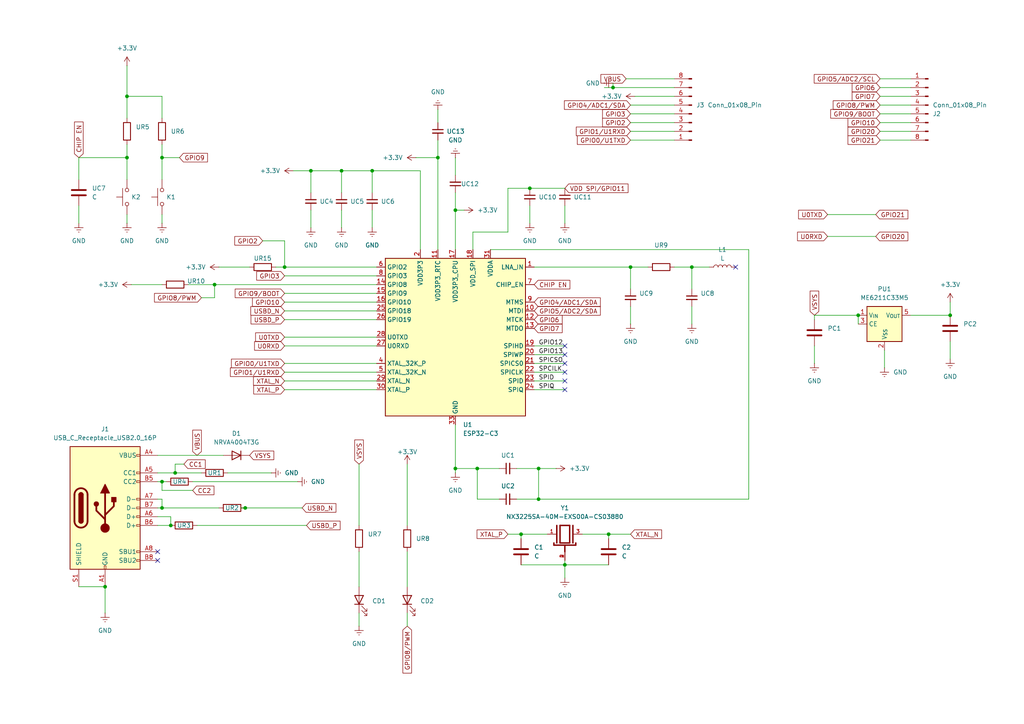
<source format=kicad_sch>
(kicad_sch (version 20231120) (generator "eeschema") (generator_version "8.0")
  (paper "A4")
  (lib_symbols
    (symbol "Connector:Conn_01x08_Pin" (pin_names (offset 1.016) hide)
      (property "Reference" "J" (at 0 10.16 0))
      (property "Value" "Conn_01x08_Pin" (at 0 -12.7 0))
      (symbol "Conn_01x08_Pin_1_1"
        (polyline (pts (xy 1.27 -10.16) (xy 0.8636 -10.16)) (stroke (width 0.1524)))
        (polyline (pts (xy 1.27 -7.62) (xy 0.8636 -7.62)) (stroke (width 0.1524)))
        (polyline (pts (xy 1.27 -5.08) (xy 0.8636 -5.08)) (stroke (width 0.1524)))
        (polyline (pts (xy 1.27 -2.54) (xy 0.8636 -2.54)) (stroke (width 0.1524)))
        (polyline (pts (xy 1.27 0) (xy 0.8636 0)) (stroke (width 0.1524)))
        (polyline (pts (xy 1.27 2.54) (xy 0.8636 2.54)) (stroke (width 0.1524)))
        (polyline (pts (xy 1.27 5.08) (xy 0.8636 5.08)) (stroke (width 0.1524)))
        (polyline (pts (xy 1.27 7.62) (xy 0.8636 7.62)) (stroke (width 0.1524)))
        (rectangle (start 0.8636 -10.033) (end 0 -10.287) (stroke (width 0.1524)) (fill (type outline)))
        (rectangle (start 0.8636 -7.493) (end 0 -7.747) (stroke (width 0.1524)) (fill (type outline)))
        (rectangle (start 0.8636 -4.953) (end 0 -5.207) (stroke (width 0.1524)) (fill (type outline)))
        (rectangle (start 0.8636 -2.413) (end 0 -2.667) (stroke (width 0.1524)) (fill (type outline)))
        (rectangle (start 0.8636 0.127) (end 0 -0.127) (stroke (width 0.1524)) (fill (type outline)))
        (rectangle (start 0.8636 2.667) (end 0 2.413) (stroke (width 0.1524)) (fill (type outline)))
        (rectangle (start 0.8636 5.207) (end 0 4.953) (stroke (width 0.1524)) (fill (type outline)))
        (rectangle (start 0.8636 7.747) (end 0 7.493) (stroke (width 0.1524)) (fill (type outline)))
        (pin passive line (at 5.08 7.62 180) (length 3.81) (name "Pin_1") (number "1"))
        (pin passive line (at 5.08 5.08 180) (length 3.81) (name "Pin_2") (number "2"))
        (pin passive line (at 5.08 2.54 180) (length 3.81) (name "Pin_3") (number "3"))
        (pin passive line (at 5.08 0 180) (length 3.81) (name "Pin_4") (number "4"))
        (pin passive line (at 5.08 -2.54 180) (length 3.81) (name "Pin_5") (number "5"))
        (pin passive line (at 5.08 -5.08 180) (length 3.81) (name "Pin_6") (number "6"))
        (pin passive line (at 5.08 -7.62 180) (length 3.81) (name "Pin_7") (number "7"))
        (pin passive line (at 5.08 -10.16 180) (length 3.81) (name "Pin_8") (number "8"))
      )
    )
    (symbol "Connector:USB_C_Receptacle_USB2.0_16P" (pin_names (offset 1.016))
      (property "Reference" "J" (at 0 22.225 0))
      (property "Value" "USB_C_Receptacle_USB2.0_16P" (at 0 19.685 0))
      (symbol "USB_C_Receptacle_USB2.0_16P_0_0"
        (rectangle (start -0.254 -17.78) (end 0.254 -16.764))
        (rectangle (start 10.16 -14.986) (end 9.144 -15.494))
        (rectangle (start 10.16 -12.446) (end 9.144 -12.954))
        (rectangle (start 10.16 -4.826) (end 9.144 -5.334))
        (rectangle (start 10.16 -2.286) (end 9.144 -2.794))
        (rectangle (start 10.16 0.254) (end 9.144 -0.254))
        (rectangle (start 10.16 2.794) (end 9.144 2.286))
        (rectangle (start 10.16 7.874) (end 9.144 7.366))
        (rectangle (start 10.16 10.414) (end 9.144 9.906))
        (rectangle (start 10.16 15.494) (end 9.144 14.986))
      )
      (symbol "USB_C_Receptacle_USB2.0_16P_0_1"
        (rectangle (start -10.16 17.78) (end 10.16 -17.78) (stroke (width 0.254)) (fill (type background)))
        (arc (start -8.89 -3.81) (mid -6.985 -5.7067) (end -5.08 -3.81) (stroke (width 0.508)))
        (arc (start -7.62 -3.81) (mid -6.985 -4.4423) (end -6.35 -3.81) (stroke (width 0.254)))
        (arc (start -7.62 -3.81) (mid -6.985 -4.4423) (end -6.35 -3.81) (stroke (width 0.254)) (fill (type outline)))
        (rectangle (start -7.62 -3.81) (end -6.35 3.81) (stroke (width 0.254)) (fill (type outline)))
        (arc (start -6.35 3.81) (mid -6.985 4.4423) (end -7.62 3.81) (stroke (width 0.254)))
        (arc (start -6.35 3.81) (mid -6.985 4.4423) (end -7.62 3.81) (stroke (width 0.254)) (fill (type outline)))
        (arc (start -5.08 3.81) (mid -6.985 5.7067) (end -8.89 3.81) (stroke (width 0.508)))
        (circle (center -2.54 1.143) (radius 0.635) (stroke (width 0.254)) (fill (type outline)))
        (circle (center 0 -5.842) (radius 1.27) (fill (type outline)))
        (polyline (pts (xy -8.89 -3.81) (xy -8.89 3.81)) (stroke (width 0.508)))
        (polyline (pts (xy -5.08 3.81) (xy -5.08 -3.81)) (stroke (width 0.508)))
        (polyline (pts (xy 0 -5.842) (xy 0 4.318)) (stroke (width 0.508)))
        (polyline (pts (xy 0 -3.302) (xy -2.54 -0.762) (xy -2.54 0.508)) (stroke (width 0.508)))
        (polyline (pts (xy 0 -2.032) (xy 2.54 0.508) (xy 2.54 1.778)) (stroke (width 0.508)))
        (polyline (pts (xy -1.27 4.318) (xy 0 6.858) (xy 1.27 4.318) (xy -1.27 4.318)) (stroke (width 0.254)) (fill (type outline)))
        (rectangle (start 1.905 1.778) (end 3.175 3.048) (stroke (width 0.254)) (fill (type outline)))
      )
      (symbol "USB_C_Receptacle_USB2.0_16P_1_1"
        (pin passive line (at 0 -22.86 90) (length 5.08) (name "GND") (number "A1"))
        (pin passive line (at 0 -22.86 90) (length 5.08) hide (name "GND") (number "A12"))
        (pin passive line (at 15.24 15.24 180) (length 5.08) (name "VBUS") (number "A4"))
        (pin bidirectional line (at 15.24 10.16 180) (length 5.08) (name "CC1") (number "A5"))
        (pin bidirectional line (at 15.24 -2.54 180) (length 5.08) (name "D+") (number "A6"))
        (pin bidirectional line (at 15.24 2.54 180) (length 5.08) (name "D-") (number "A7"))
        (pin bidirectional line (at 15.24 -12.7 180) (length 5.08) (name "SBU1") (number "A8"))
        (pin passive line (at 15.24 15.24 180) (length 5.08) hide (name "VBUS") (number "A9"))
        (pin passive line (at 0 -22.86 90) (length 5.08) hide (name "GND") (number "B1"))
        (pin passive line (at 0 -22.86 90) (length 5.08) hide (name "GND") (number "B12"))
        (pin passive line (at 15.24 15.24 180) (length 5.08) hide (name "VBUS") (number "B4"))
        (pin bidirectional line (at 15.24 7.62 180) (length 5.08) (name "CC2") (number "B5"))
        (pin bidirectional line (at 15.24 -5.08 180) (length 5.08) (name "D+") (number "B6"))
        (pin bidirectional line (at 15.24 0 180) (length 5.08) (name "D-") (number "B7"))
        (pin bidirectional line (at 15.24 -15.24 180) (length 5.08) (name "SBU2") (number "B8"))
        (pin passive line (at 15.24 15.24 180) (length 5.08) hide (name "VBUS") (number "B9"))
        (pin passive line (at -7.62 -22.86 90) (length 5.08) (name "SHIELD") (number "S1"))
      )
    )
    (symbol "Device:C" (pin_numbers hide) (pin_names (offset 0.254))
      (property "Reference" "C" (at 0.635 2.54 0))
      (property "Value" "C" (at 0.635 -2.54 0))
      (symbol "C_0_1"
        (polyline (pts (xy -2.032 -0.762) (xy 2.032 -0.762)) (stroke (width 0.508)))
        (polyline (pts (xy -2.032 0.762) (xy 2.032 0.762)) (stroke (width 0.508)))
      )
      (symbol "C_1_1"
        (pin passive line (at 0 3.81 270) (length 2.794) (name "~") (number "1"))
        (pin passive line (at 0 -3.81 90) (length 2.794) (name "~") (number "2"))
      )
    )
    (symbol "Device:C_Small" (pin_numbers hide) (pin_names (offset 0.254) hide)
      (property "Reference" "C" (at 0.254 1.778 0))
      (property "Value" "C_Small" (at 0.254 -2.032 0))
      (symbol "C_Small_0_1"
        (polyline (pts (xy -1.524 -0.508) (xy 1.524 -0.508)) (stroke (width 0.3302)))
        (polyline (pts (xy -1.524 0.508) (xy 1.524 0.508)) (stroke (width 0.3048)))
      )
      (symbol "C_Small_1_1"
        (pin passive line (at 0 2.54 270) (length 2.032) (name "~") (number "1"))
        (pin passive line (at 0 -2.54 90) (length 2.032) (name "~") (number "2"))
      )
    )
    (symbol "Device:L" (pin_numbers hide) (pin_names (offset 1.016) hide)
      (property "Reference" "L" (at -1.27 0 90))
      (property "Value" "L" (at 1.905 0 90))
      (symbol "L_0_1"
        (arc (start 0 -2.54) (mid 0.6323 -1.905) (end 0 -1.27))
        (arc (start 0 -1.27) (mid 0.6323 -0.635) (end 0 0))
        (arc (start 0 0) (mid 0.6323 0.635) (end 0 1.27))
        (arc (start 0 1.27) (mid 0.6323 1.905) (end 0 2.54))
      )
      (symbol "L_1_1"
        (pin passive line (at 0 3.81 270) (length 1.27) (name "1") (number "1"))
        (pin passive line (at 0 -3.81 90) (length 1.27) (name "2") (number "2"))
      )
    )
    (symbol "Device:LED" (pin_numbers hide) (pin_names (offset 1.016) hide)
      (property "Reference" "D" (at 0 2.54 0))
      (property "Value" "LED" (at 0 -2.54 0))
      (symbol "LED_0_1"
        (polyline (pts (xy -1.27 -1.27) (xy -1.27 1.27)) (stroke (width 0.254)))
        (polyline (pts (xy -1.27 0) (xy 1.27 0)))
        (polyline (pts (xy 1.27 -1.27) (xy 1.27 1.27) (xy -1.27 0) (xy 1.27 -1.27)) (stroke (width 0.254)))
        (polyline (pts (xy -3.048 -0.762) (xy -4.572 -2.286) (xy -3.81 -2.286) (xy -4.572 -2.286) (xy -4.572 -1.524)))
        (polyline (pts (xy -1.778 -0.762) (xy -3.302 -2.286) (xy -2.54 -2.286) (xy -3.302 -2.286) (xy -3.302 -1.524)))
      )
      (symbol "LED_1_1"
        (pin passive line (at -3.81 0 0) (length 2.54) (name "K") (number "1"))
        (pin passive line (at 3.81 0 180) (length 2.54) (name "A") (number "2"))
      )
    )
    (symbol "Device:R" (pin_numbers hide) (pin_names (offset 0))
      (property "Reference" "R" (at 2.032 0 90))
      (property "Value" "R" (at 0 0 90))
      (symbol "R_0_1"
        (rectangle (start -1.016 -2.54) (end 1.016 2.54) (stroke (width 0.254)))
      )
      (symbol "R_1_1"
        (pin passive line (at 0 3.81 270) (length 1.27) (name "~") (number "1"))
        (pin passive line (at 0 -3.81 90) (length 1.27) (name "~") (number "2"))
      )
    )
    (symbol "Diode:NRVA4004T3G" (pin_numbers hide) (pin_names hide)
      (property "Reference" "D" (at 0 2.54 0))
      (property "Value" "NRVA4004T3G" (at 0 -2.54 0))
      (symbol "NRVA4004T3G_0_1"
        (polyline (pts (xy -1.27 1.27) (xy -1.27 -1.27)) (stroke (width 0.254)))
        (polyline (pts (xy 1.27 0) (xy -1.27 0)))
        (polyline (pts (xy 1.27 1.27) (xy 1.27 -1.27) (xy -1.27 0) (xy 1.27 1.27)) (stroke (width 0.254)))
      )
      (symbol "NRVA4004T3G_1_1"
        (pin passive line (at -3.81 0 0) (length 2.54) (name "K") (number "1"))
        (pin passive line (at 3.81 0 180) (length 2.54) (name "A") (number "2"))
      )
    )
    (symbol "MCU_Espressif:ESP32-C3"
      (property "Reference" "U" (at -17.272 23.876 0))
      (property "Value" "ESP32-C3" (at 16.256 23.876 0))
      (symbol "ESP32-C3_1_1"
        (rectangle (start -20.32 22.86) (end 20.32 -22.86) (stroke (width 0.254)) (fill (type background)))
        (pin bidirectional line (at 22.86 20.32 180) (length 2.54) (name "LNA_IN") (number "1"))
        (pin bidirectional line (at 22.86 7.62 180) (length 2.54) (name "MTDI") (number "10"))
        (pin power_in line (at -5.08 25.4 270) (length 2.54) (name "VDD3P3_RTC") (number "11"))
        (pin bidirectional line (at 22.86 5.08 180) (length 2.54) (name "MTCK") (number "12"))
        (pin bidirectional line (at 22.86 2.54 180) (length 2.54) (name "MTDO") (number "13"))
        (pin bidirectional line (at -22.86 15.24 0) (length 2.54) (name "GPIO8") (number "14"))
        (pin bidirectional line (at -22.86 12.7 0) (length 2.54) (name "GPIO9") (number "15"))
        (pin bidirectional line (at -22.86 10.16 0) (length 2.54) (name "GPIO10") (number "16"))
        (pin power_in line (at 0 25.4 270) (length 2.54) (name "VDD3P3_CPU") (number "17"))
        (pin power_out line (at 5.08 25.4 270) (length 2.54) (name "VDD_SPI") (number "18"))
        (pin bidirectional line (at 22.86 -2.54 180) (length 2.54) (name "SPIHD") (number "19"))
        (pin power_in line (at -10.16 25.4 270) (length 2.54) (name "VDD3P3") (number "2"))
        (pin bidirectional line (at 22.86 -5.08 180) (length 2.54) (name "SPIWP") (number "20"))
        (pin bidirectional line (at 22.86 -7.62 180) (length 2.54) (name "SPICS0") (number "21"))
        (pin bidirectional line (at 22.86 -10.16 180) (length 2.54) (name "SPICLK") (number "22"))
        (pin bidirectional line (at 22.86 -12.7 180) (length 2.54) (name "SPID") (number "23"))
        (pin bidirectional line (at 22.86 -15.24 180) (length 2.54) (name "SPIQ") (number "24"))
        (pin bidirectional line (at -22.86 7.62 0) (length 2.54) (name "GPIO18") (number "25"))
        (pin bidirectional line (at -22.86 5.08 0) (length 2.54) (name "GPIO19") (number "26"))
        (pin bidirectional line (at -22.86 -2.54 0) (length 2.54) (name "U0RXD") (number "27"))
        (pin bidirectional line (at -22.86 0 0) (length 2.54) (name "U0TXD") (number "28"))
        (pin bidirectional line (at -22.86 -12.7 0) (length 2.54) (name "XTAL_N") (number "29"))
        (pin passive line (at -10.16 25.4 270) (length 2.54) hide (name "VDD3P3") (number "3"))
        (pin bidirectional line (at -22.86 -15.24 0) (length 2.54) (name "XTAL_P") (number "30"))
        (pin power_in line (at 10.16 25.4 270) (length 2.54) (name "VDDA") (number "31"))
        (pin passive line (at 10.16 25.4 270) (length 2.54) hide (name "VDDA") (number "32"))
        (pin power_in line (at 0 -25.4 90) (length 2.54) (name "GND") (number "33"))
        (pin bidirectional line (at -22.86 -7.62 0) (length 2.54) (name "XTAL_32K_P") (number "4"))
        (pin bidirectional line (at -22.86 -10.16 0) (length 2.54) (name "XTAL_32K_N") (number "5"))
        (pin bidirectional line (at -22.86 20.32 0) (length 2.54) (name "GPIO2") (number "6"))
        (pin bidirectional line (at 22.86 15.24 180) (length 2.54) (name "CHIP_EN") (number "7"))
        (pin bidirectional line (at -22.86 17.78 0) (length 2.54) (name "GPIO3") (number "8"))
        (pin bidirectional line (at 22.86 10.16 180) (length 2.54) (name "MTMS") (number "9"))
      )
    )
    (symbol "NX3225SA-40M-EXS00A-CS03880:NX3225SA-40M-EXS00A-CS03880" (pin_names (offset 1.016))
      (property "Reference" "Y" (at -5.08 6.35 0))
      (property "Value" "NX3225SA-40M-EXS00A-CS03880" (at -5.08 3.81 0))
      (symbol "NX3225SA-40M-EXS00A-CS03880_0_0"
        (polyline (pts (xy -3.175 -3.175) (xy 0 -3.175)) (stroke (width 0.4064)))
        (polyline (pts (xy -3.175 -2.54) (xy -3.175 -3.175)) (stroke (width 0.4064)))
        (polyline (pts (xy -2.3368 2.54) (xy -2.3368 -2.54)) (stroke (width 0.4064)))
        (polyline (pts (xy -1.397 2.54) (xy -1.397 -2.54)) (stroke (width 0.4064)))
        (polyline (pts (xy -1.397 2.54) (xy 1.397 2.54)) (stroke (width 0.4064)))
        (polyline (pts (xy 0 -5.08) (xy 0 -3.175)) (stroke (width 0.4064)))
        (polyline (pts (xy 0 -3.175) (xy 3.175 -3.175)) (stroke (width 0.4064)))
        (polyline (pts (xy 1.397 -2.54) (xy -1.397 -2.54)) (stroke (width 0.4064)))
        (polyline (pts (xy 1.397 2.54) (xy 1.397 -2.54)) (stroke (width 0.4064)))
        (polyline (pts (xy 2.3368 2.54) (xy 2.3368 -2.54)) (stroke (width 0.4064)))
        (polyline (pts (xy 3.175 -3.175) (xy 3.175 -2.54)) (stroke (width 0.4064)))
        (pin passive line (at -5.08 0 0) (length 2.54) (name "~") (number "1"))
        (pin power_in line (at 0 -7.62 90) (length 2.54) (name "~") (number "2"))
        (pin passive line (at 5.08 0 180) (length 2.54) (name "~") (number "3"))
        (pin power_in line (at 0 -7.62 90) (length 2.54) (name "~") (number "4"))
      )
    )
    (symbol "Regulator_Linear:ME6211C33M5"
      (property "Reference" "U" (at -4.572 6.35 0))
      (property "Value" "ME6211C33M5" (at 10.16 8.636 0))
      (symbol "ME6211C33M5_1_1"
        (rectangle (start -5.08 5.08) (end 5.08 -5.08) (stroke (width 0.254)) (fill (type background)))
        (pin power_in line (at -7.62 2.54 0) (length 2.54) (name "V_{IN}") (number "1"))
        (pin power_in line (at 0 -7.62 90) (length 2.54) (name "V_{SS}") (number "2"))
        (pin input line (at -7.62 0 0) (length 2.54) (name "CE") (number "3"))
        (pin no_connect line (at 5.08 0 180) (length 2.54) hide (name "NC") (number "4"))
        (pin power_out line (at 7.62 2.54 180) (length 2.54) (name "V_{OUT}") (number "5"))
      )
    )
    (symbol "Switch:SW_Omron_B3FS" (pin_numbers hide) (pin_names (offset 1.016) hide)
      (property "Reference" "SW" (at 1.27 2.54 0))
      (property "Value" "SW_Omron_B3FS" (at 0 -1.524 0))
      (symbol "SW_Omron_B3FS_0_1"
        (circle (center -2.032 0) (radius 0.508))
        (polyline (pts (xy 0 1.27) (xy 0 3.048)))
        (polyline (pts (xy 2.54 1.27) (xy -2.54 1.27)))
        (circle (center 2.032 0) (radius 0.508))
        (pin passive line (at -5.08 0 0) (length 2.54) (name "1") (number "1"))
        (pin passive line (at 5.08 0 180) (length 2.54) (name "2") (number "2"))
      )
    )
    (symbol "power:+3.3V" (power) (pin_numbers hide) (pin_names (offset 0) hide)
      (property "Value" "+3.3V" (at 0 3.556 0))
      (symbol "+3.3V_0_1"
        (polyline (pts (xy -0.762 1.27) (xy 0 2.54)))
        (polyline (pts (xy 0 0) (xy 0 2.54)))
        (polyline (pts (xy 0 2.54) (xy 0.762 1.27)))
      )
      (symbol "+3.3V_1_1"
        (pin power_in line (at 0 0 90) (length 0) (name "~") (number "1"))
      )
    )
    (symbol "power:Earth" (power) (pin_numbers hide) (pin_names (offset 0) hide)
      (property "Value" "Earth" (at 0 -3.81 0))
      (symbol "Earth_0_1"
        (polyline (pts (xy -0.635 -1.905) (xy 0.635 -1.905)))
        (polyline (pts (xy -0.127 -2.54) (xy 0.127 -2.54)))
        (polyline (pts (xy 0 -1.27) (xy 0 0)))
        (polyline (pts (xy 1.27 -1.27) (xy -1.27 -1.27)))
      )
      (symbol "Earth_1_1"
        (pin power_in line (at 0 0 270) (length 0) (name "~") (number "1"))
      )
    )
  )
  (junction (at 62.23 82.55))
  (junction (at 99.06 49.53))
  (junction (at 176.53 154.94))
  (junction (at 151.13 154.94))
  (junction (at 82.55 77.47))
  (junction (at 90.17 49.53))
  (junction (at 177.8 25.4))
  (junction (at 36.83 45.72))
  (junction (at 156.21 144.78))
  (junction (at 50.8 137.16))
  (junction (at 127 45.72))
  (junction (at 107.95 49.53))
  (junction (at 132.08 135.89))
  (junction (at 156.21 135.89))
  (junction (at 49.53 152.4))
  (junction (at 132.08 60.96))
  (junction (at 36.83 27.94))
  (junction (at 46.99 147.32))
  (junction (at 200.66 77.47))
  (junction (at 153.67 54.61))
  (junction (at 30.48 170.18))
  (junction (at 275.59 91.44))
  (junction (at 138.43 135.89))
  (junction (at 182.88 77.47))
  (junction (at 163.83 163.83))
  (junction (at 248.92 91.44))
  (junction (at 71.12 147.32))
  (junction (at 46.99 139.7))
  (junction (at 46.99 45.72))
  (no_connect (at 45.72 162.56))
  (no_connect (at 163.83 110.49))
  (no_connect (at 213.36 77.47))
  (no_connect (at 163.83 102.87))
  (no_connect (at 45.72 160.02))
  (no_connect (at 163.83 105.41))
  (no_connect (at 163.83 100.33))
  (no_connect (at 163.83 113.03))
  (no_connect (at 163.83 107.95))
  (wire (pts (xy 132.08 123.19) (xy 132.08 135.89)))
  (wire (pts (xy 82.55 87.63) (xy 109.22 87.63)))
  (wire (pts (xy 45.72 152.4) (xy 49.53 152.4)))
  (wire (pts (xy 118.11 160.02) (xy 118.11 170.18)))
  (wire (pts (xy 255.27 40.64) (xy 264.16 40.64)))
  (wire (pts (xy 144.78 144.78) (xy 138.43 144.78)))
  (wire (pts (xy 36.83 52.07) (xy 36.83 45.72)))
  (wire (pts (xy 154.94 102.87) (xy 163.83 102.87)))
  (wire (pts (xy 236.22 91.44) (xy 248.92 91.44)))
  (wire (pts (xy 154.94 107.95) (xy 163.83 107.95)))
  (wire (pts (xy 147.32 54.61) (xy 153.67 54.61)))
  (wire (pts (xy 163.83 162.56) (xy 163.83 163.83)))
  (wire (pts (xy 163.83 163.83) (xy 176.53 163.83)))
  (wire (pts (xy 127 45.72) (xy 120.65 45.72)))
  (wire (pts (xy 132.08 60.96) (xy 132.08 72.39)))
  (wire (pts (xy 104.14 134.62) (xy 104.14 152.4)))
  (wire (pts (xy 55.88 139.7) (xy 86.36 139.7)))
  (wire (pts (xy 154.94 110.49) (xy 163.83 110.49)))
  (wire (pts (xy 38.1 82.55) (xy 46.99 82.55)))
  (wire (pts (xy 76.2 69.85) (xy 82.55 69.85)))
  (wire (pts (xy 22.86 59.69) (xy 22.86 64.77)))
  (wire (pts (xy 142.24 72.39) (xy 217.17 72.39)))
  (wire (pts (xy 132.08 50.8) (xy 132.08 45.72)))
  (wire (pts (xy 275.59 87.63) (xy 275.59 91.44)))
  (wire (pts (xy 138.43 144.78) (xy 138.43 135.89)))
  (wire (pts (xy 255.27 38.1) (xy 264.16 38.1)))
  (wire (pts (xy 45.72 149.86) (xy 49.53 149.86)))
  (wire (pts (xy 255.27 25.4) (xy 264.16 25.4)))
  (wire (pts (xy 255.27 27.94) (xy 264.16 27.94)))
  (wire (pts (xy 154.94 113.03) (xy 163.83 113.03)))
  (wire (pts (xy 82.55 77.47) (xy 109.22 77.47)))
  (wire (pts (xy 49.53 149.86) (xy 49.53 152.4)))
  (wire (pts (xy 45.72 139.7) (xy 46.99 139.7)))
  (wire (pts (xy 71.12 147.32) (xy 69.85 147.32)))
  (wire (pts (xy 256.54 101.6) (xy 256.54 106.68)))
  (wire (pts (xy 82.55 69.85) (xy 82.55 77.47)))
  (wire (pts (xy 236.22 100.33) (xy 236.22 105.41)))
  (wire (pts (xy 118.11 177.8) (xy 118.11 181.61)))
  (wire (pts (xy 90.17 49.53) (xy 99.06 49.53)))
  (wire (pts (xy 46.99 45.72) (xy 52.07 45.72)))
  (wire (pts (xy 176.53 154.94) (xy 176.53 156.21)))
  (wire (pts (xy 45.72 132.08) (xy 64.77 132.08)))
  (wire (pts (xy 177.8 25.4) (xy 195.58 25.4)))
  (wire (pts (xy 36.83 27.94) (xy 36.83 34.29)))
  (wire (pts (xy 132.08 135.89) (xy 138.43 135.89)))
  (wire (pts (xy 66.04 137.16) (xy 78.74 137.16)))
  (wire (pts (xy 149.86 144.78) (xy 156.21 144.78)))
  (wire (pts (xy 62.23 82.55) (xy 109.22 82.55)))
  (wire (pts (xy 217.17 144.78) (xy 156.21 144.78)))
  (wire (pts (xy 104.14 160.02) (xy 104.14 170.18)))
  (wire (pts (xy 121.92 49.53) (xy 107.95 49.53)))
  (wire (pts (xy 156.21 135.89) (xy 161.29 135.89)))
  (wire (pts (xy 46.99 34.29) (xy 46.99 27.94)))
  (wire (pts (xy 82.55 85.09) (xy 109.22 85.09)))
  (wire (pts (xy 127 31.75) (xy 127 35.56)))
  (wire (pts (xy 54.61 82.55) (xy 62.23 82.55)))
  (wire (pts (xy 22.86 45.72) (xy 22.86 52.07)))
  (wire (pts (xy 177.8 25.4) (xy 177.8 24.13)))
  (wire (pts (xy 200.66 88.9) (xy 200.66 93.98)))
  (wire (pts (xy 182.88 88.9) (xy 182.88 93.98)))
  (wire (pts (xy 46.99 62.23) (xy 46.99 64.77)))
  (wire (pts (xy 153.67 59.69) (xy 153.67 64.77)))
  (wire (pts (xy 195.58 77.47) (xy 200.66 77.47)))
  (wire (pts (xy 121.92 72.39) (xy 121.92 49.53)))
  (wire (pts (xy 138.43 135.89) (xy 144.78 135.89)))
  (wire (pts (xy 45.72 137.16) (xy 50.8 137.16)))
  (wire (pts (xy 36.83 19.05) (xy 36.83 27.94)))
  (wire (pts (xy 182.88 83.82) (xy 182.88 77.47)))
  (wire (pts (xy 137.16 72.39) (xy 137.16 67.31)))
  (wire (pts (xy 182.88 38.1) (xy 195.58 38.1)))
  (wire (pts (xy 151.13 154.94) (xy 151.13 156.21)))
  (wire (pts (xy 82.55 107.95) (xy 109.22 107.95)))
  (wire (pts (xy 132.08 135.89) (xy 132.08 137.16)))
  (wire (pts (xy 154.94 105.41) (xy 163.83 105.41)))
  (wire (pts (xy 82.55 113.03) (xy 109.22 113.03)))
  (wire (pts (xy 55.88 142.24) (xy 46.99 142.24)))
  (wire (pts (xy 82.55 80.01) (xy 109.22 80.01)))
  (wire (pts (xy 200.66 77.47) (xy 205.74 77.47)))
  (wire (pts (xy 182.88 40.64) (xy 195.58 40.64)))
  (wire (pts (xy 137.16 67.31) (xy 147.32 67.31)))
  (wire (pts (xy 46.99 147.32) (xy 63.5 147.32)))
  (wire (pts (xy 104.14 177.8) (xy 104.14 181.61)))
  (wire (pts (xy 82.55 105.41) (xy 109.22 105.41)))
  (wire (pts (xy 181.61 22.86) (xy 195.58 22.86)))
  (wire (pts (xy 217.17 72.39) (xy 217.17 144.78)))
  (wire (pts (xy 248.92 91.44) (xy 248.92 93.98)))
  (wire (pts (xy 175.26 25.4) (xy 177.8 25.4)))
  (wire (pts (xy 82.55 110.49) (xy 109.22 110.49)))
  (wire (pts (xy 57.15 152.4) (xy 88.9 152.4)))
  (wire (pts (xy 153.67 54.61) (xy 163.83 54.61)))
  (wire (pts (xy 154.94 100.33) (xy 163.83 100.33)))
  (wire (pts (xy 163.83 163.83) (xy 163.83 167.64)))
  (wire (pts (xy 36.83 45.72) (xy 22.86 45.72)))
  (wire (pts (xy 151.13 154.94) (xy 158.75 154.94)))
  (wire (pts (xy 90.17 55.88) (xy 90.17 49.53)))
  (wire (pts (xy 99.06 60.96) (xy 99.06 66.04)))
  (wire (pts (xy 107.95 60.96) (xy 107.95 66.04)))
  (wire (pts (xy 255.27 30.48) (xy 264.16 30.48)))
  (wire (pts (xy 184.15 27.94) (xy 195.58 27.94)))
  (wire (pts (xy 62.23 86.36) (xy 62.23 82.55)))
  (wire (pts (xy 240.03 68.58) (xy 254 68.58)))
  (wire (pts (xy 255.27 35.56) (xy 264.16 35.56)))
  (wire (pts (xy 80.01 77.47) (xy 82.55 77.47)))
  (wire (pts (xy 154.94 77.47) (xy 182.88 77.47)))
  (wire (pts (xy 99.06 49.53) (xy 107.95 49.53)))
  (wire (pts (xy 30.48 170.18) (xy 30.48 177.8)))
  (wire (pts (xy 36.83 62.23) (xy 36.83 64.77)))
  (wire (pts (xy 46.99 144.78) (xy 45.72 144.78)))
  (wire (pts (xy 240.03 62.23) (xy 254 62.23)))
  (wire (pts (xy 176.53 154.94) (xy 182.88 154.94)))
  (wire (pts (xy 71.12 147.32) (xy 87.63 147.32)))
  (wire (pts (xy 50.8 134.62) (xy 50.8 137.16)))
  (wire (pts (xy 132.08 55.88) (xy 132.08 60.96)))
  (wire (pts (xy 168.91 154.94) (xy 176.53 154.94)))
  (wire (pts (xy 156.21 144.78) (xy 156.21 135.89)))
  (wire (pts (xy 264.16 91.44) (xy 275.59 91.44)))
  (wire (pts (xy 151.13 163.83) (xy 163.83 163.83)))
  (wire (pts (xy 82.55 97.79) (xy 109.22 97.79)))
  (wire (pts (xy 147.32 67.31) (xy 147.32 54.61)))
  (wire (pts (xy 107.95 55.88) (xy 107.95 49.53)))
  (wire (pts (xy 82.55 90.17) (xy 109.22 90.17)))
  (wire (pts (xy 236.22 92.71) (xy 236.22 91.44)))
  (wire (pts (xy 127 40.64) (xy 127 45.72)))
  (wire (pts (xy 90.17 60.96) (xy 90.17 66.04)))
  (wire (pts (xy 46.99 45.72) (xy 46.99 52.07)))
  (wire (pts (xy 85.09 49.53) (xy 90.17 49.53)))
  (wire (pts (xy 63.5 77.47) (xy 72.39 77.47)))
  (wire (pts (xy 82.55 92.71) (xy 109.22 92.71)))
  (wire (pts (xy 45.72 147.32) (xy 46.99 147.32)))
  (wire (pts (xy 127 72.39) (xy 127 45.72)))
  (wire (pts (xy 147.32 154.94) (xy 151.13 154.94)))
  (wire (pts (xy 149.86 135.89) (xy 156.21 135.89)))
  (wire (pts (xy 255.27 22.86) (xy 264.16 22.86)))
  (wire (pts (xy 182.88 33.02) (xy 195.58 33.02)))
  (wire (pts (xy 163.83 59.69) (xy 163.83 64.77)))
  (wire (pts (xy 36.83 41.91) (xy 36.83 45.72)))
  (wire (pts (xy 46.99 41.91) (xy 46.99 45.72)))
  (wire (pts (xy 255.27 33.02) (xy 264.16 33.02)))
  (wire (pts (xy 46.99 139.7) (xy 48.26 139.7)))
  (wire (pts (xy 82.55 100.33) (xy 109.22 100.33)))
  (wire (pts (xy 53.34 134.62) (xy 50.8 134.62)))
  (wire (pts (xy 46.99 142.24) (xy 46.99 139.7)))
  (wire (pts (xy 275.59 99.06) (xy 275.59 104.14)))
  (wire (pts (xy 182.88 30.48) (xy 195.58 30.48)))
  (wire (pts (xy 118.11 134.62) (xy 118.11 152.4)))
  (wire (pts (xy 58.42 86.36) (xy 62.23 86.36)))
  (wire (pts (xy 99.06 55.88) (xy 99.06 49.53)))
  (wire (pts (xy 50.8 137.16) (xy 58.42 137.16)))
  (wire (pts (xy 182.88 77.47) (xy 187.96 77.47)))
  (wire (pts (xy 46.99 147.32) (xy 46.99 144.78)))
  (wire (pts (xy 132.08 60.96) (xy 134.62 60.96)))
  (wire (pts (xy 22.86 170.18) (xy 30.48 170.18)))
  (wire (pts (xy 182.88 35.56) (xy 195.58 35.56)))
  (wire (pts (xy 46.99 27.94) (xy 36.83 27.94)))
  (wire (pts (xy 200.66 83.82) (xy 200.66 77.47)))
  (label "SPIQ" (at 156.21 113.03 0))
  (label "GPIO12" (at 156.21 100.33 0))
  (label "SPICSO" (at 156.21 105.41 0))
  (label "SPID" (at 156.21 110.49 0))
  (label "SPCILK" (at 156.21 107.95 0))
  (label "GPIO13" (at 156.21 102.87 0))
  (global_label "GPIO4{slash}ADC1{slash}SDA" (shape input) (at 154.94 87.63 0) (property "Intersheetrefs" "${INTERSHEET_REFS}" (effects (hide yes))))
  (global_label "USBD_N" (shape input) (at 87.63 147.32 0) (property "Intersheetrefs" "${INTERSHEET_REFS}" (effects (hide yes))))
  (global_label "XTAL_P" (shape input) (at 82.55 113.03 180) (property "Intersheetrefs" "${INTERSHEET_REFS}" (effects (hide yes))))
  (global_label "GPIO20" (shape input) (at 255.27 38.1 180) (property "Intersheetrefs" "${INTERSHEET_REFS}" (effects (hide yes))))
  (global_label "USBD_P" (shape input) (at 82.55 92.71 180) (property "Intersheetrefs" "${INTERSHEET_REFS}" (effects (hide yes))))
  (global_label "CHIP EN" (shape input) (at 22.86 45.72 90) (property "Intersheetrefs" "${INTERSHEET_REFS}" (effects (hide yes))))
  (global_label "USBD_P" (shape input) (at 88.9 152.4 0) (property "Intersheetrefs" "${INTERSHEET_REFS}" (effects (hide yes))))
  (global_label "GPIO21" (shape input) (at 254 62.23 0) (property "Intersheetrefs" "${INTERSHEET_REFS}" (effects (hide yes))))
  (global_label "GPIO5{slash}ADC2{slash}SDA" (shape input) (at 154.94 90.17 0) (property "Intersheetrefs" "${INTERSHEET_REFS}" (effects (hide yes))))
  (global_label "XTAL_P" (shape input) (at 147.32 154.94 180) (property "Intersheetrefs" "${INTERSHEET_REFS}" (effects (hide yes))))
  (global_label "GPIO8{slash}PWM" (shape input) (at 58.42 86.36 180) (property "Intersheetrefs" "${INTERSHEET_REFS}" (effects (hide yes))))
  (global_label "XTAL_N" (shape input) (at 82.55 110.49 180) (property "Intersheetrefs" "${INTERSHEET_REFS}" (effects (hide yes))))
  (global_label "GPIO9{slash}BOOT" (shape input) (at 82.55 85.09 180) (property "Intersheetrefs" "${INTERSHEET_REFS}" (effects (hide yes))))
  (global_label "GPIO6" (shape input) (at 154.94 92.71 0) (property "Intersheetrefs" "${INTERSHEET_REFS}" (effects (hide yes))))
  (global_label "GPIO7" (shape input) (at 154.94 95.25 0) (property "Intersheetrefs" "${INTERSHEET_REFS}" (effects (hide yes))))
  (global_label "GPIO8{slash}PWM" (shape input) (at 255.27 30.48 180) (property "Intersheetrefs" "${INTERSHEET_REFS}" (effects (hide yes))))
  (global_label "GPIO10" (shape input) (at 255.27 35.56 180) (property "Intersheetrefs" "${INTERSHEET_REFS}" (effects (hide yes))))
  (global_label "GPIO0{slash}U1TXD" (shape input) (at 182.88 40.64 180) (property "Intersheetrefs" "${INTERSHEET_REFS}" (effects (hide yes))))
  (global_label "U0RXD" (shape input) (at 240.03 68.58 180) (property "Intersheetrefs" "${INTERSHEET_REFS}" (effects (hide yes))))
  (global_label "GPIO9{slash}BOOT" (shape input) (at 255.27 33.02 180) (property "Intersheetrefs" "${INTERSHEET_REFS}" (effects (hide yes))))
  (global_label "CC1" (shape input) (at 53.34 134.62 0) (property "Intersheetrefs" "${INTERSHEET_REFS}" (effects (hide yes))))
  (global_label "GPIO9" (shape input) (at 52.07 45.72 0) (property "Intersheetrefs" "${INTERSHEET_REFS}" (effects (hide yes))))
  (global_label "GPIO3" (shape input) (at 182.88 33.02 180) (property "Intersheetrefs" "${INTERSHEET_REFS}" (effects (hide yes))))
  (global_label "CC2" (shape input) (at 55.88 142.24 0) (property "Intersheetrefs" "${INTERSHEET_REFS}" (effects (hide yes))))
  (global_label "U0RXD" (shape input) (at 82.55 100.33 180) (property "Intersheetrefs" "${INTERSHEET_REFS}" (effects (hide yes))))
  (global_label "VBUS" (shape input) (at 57.15 132.08 90) (property "Intersheetrefs" "${INTERSHEET_REFS}" (effects (hide yes))))
  (global_label "GPIO2" (shape input) (at 76.2 69.85 180) (property "Intersheetrefs" "${INTERSHEET_REFS}" (effects (hide yes))))
  (global_label "VSYS" (shape input) (at 104.14 134.62 90) (property "Intersheetrefs" "${INTERSHEET_REFS}" (effects (hide yes))))
  (global_label "GPIO1{slash}U1RXD" (shape input) (at 182.88 38.1 180) (property "Intersheetrefs" "${INTERSHEET_REFS}" (effects (hide yes))))
  (global_label "XTAL_N" (shape input) (at 182.88 154.94 0) (property "Intersheetrefs" "${INTERSHEET_REFS}" (effects (hide yes))))
  (global_label "GPIO7" (shape input) (at 255.27 27.94 180) (property "Intersheetrefs" "${INTERSHEET_REFS}" (effects (hide yes))))
  (global_label "U0TXD" (shape input) (at 82.55 97.79 180) (property "Intersheetrefs" "${INTERSHEET_REFS}" (effects (hide yes))))
  (global_label "GPIO10" (shape input) (at 82.55 87.63 180) (property "Intersheetrefs" "${INTERSHEET_REFS}" (effects (hide yes))))
  (global_label "U0TXD" (shape input) (at 240.03 62.23 180) (property "Intersheetrefs" "${INTERSHEET_REFS}" (effects (hide yes))))
  (global_label "VDD SPI{slash}GPIO11" (shape input) (at 163.83 54.61 0) (property "Intersheetrefs" "${INTERSHEET_REFS}" (effects (hide yes))))
  (global_label "GPIO2" (shape input) (at 182.88 35.56 180) (property "Intersheetrefs" "${INTERSHEET_REFS}" (effects (hide yes))))
  (global_label "GPIO4{slash}ADC1{slash}SDA" (shape input) (at 182.88 30.48 180) (property "Intersheetrefs" "${INTERSHEET_REFS}" (effects (hide yes))))
  (global_label "GPIO3" (shape input) (at 82.55 80.01 180) (property "Intersheetrefs" "${INTERSHEET_REFS}" (effects (hide yes))))
  (global_label "VSYS" (shape input) (at 236.22 91.44 90) (property "Intersheetrefs" "${INTERSHEET_REFS}" (effects (hide yes))))
  (global_label "VBUS" (shape input) (at 181.61 22.86 180) (property "Intersheetrefs" "${INTERSHEET_REFS}" (effects (hide yes))))
  (global_label "GPIO20" (shape input) (at 254 68.58 0) (property "Intersheetrefs" "${INTERSHEET_REFS}" (effects (hide yes))))
  (global_label "GPIO8{slash}PWM" (shape input) (at 118.11 181.61 270) (property "Intersheetrefs" "${INTERSHEET_REFS}" (effects (hide yes))))
  (global_label "GPIO0{slash}U1TXD" (shape input) (at 82.55 105.41 180) (property "Intersheetrefs" "${INTERSHEET_REFS}" (effects (hide yes))))
  (global_label "GPIO5{slash}ADC2{slash}SCL" (shape input) (at 255.27 22.86 180) (property "Intersheetrefs" "${INTERSHEET_REFS}" (effects (hide yes))))
  (global_label "GPIO1{slash}U1RXD" (shape input) (at 82.55 107.95 180) (property "Intersheetrefs" "${INTERSHEET_REFS}" (effects (hide yes))))
  (global_label "CHIP EN" (shape input) (at 154.94 82.55 0) (property "Intersheetrefs" "${INTERSHEET_REFS}" (effects (hide yes))))
  (global_label "VSYS" (shape input) (at 72.39 132.08 0) (property "Intersheetrefs" "${INTERSHEET_REFS}" (effects (hide yes))))
  (global_label "USBD_N" (shape input) (at 82.55 90.17 180) (property "Intersheetrefs" "${INTERSHEET_REFS}" (effects (hide yes))))
  (global_label "GPIO6" (shape input) (at 255.27 25.4 180) (property "Intersheetrefs" "${INTERSHEET_REFS}" (effects (hide yes))))
  (global_label "GPIO21" (shape input) (at 255.27 40.64 180) (property "Intersheetrefs" "${INTERSHEET_REFS}" (effects (hide yes))))
  (symbol (lib_id "Device:R") (at 46.99 38.1 0) (unit 1)
    (property "Reference" "UR6" (at 49.53 38.0999 0) (effects (justify left)))
    (property "Value" "R" (effects (hide yes)))
    (property "Footprint" "Resistor_SMD:R_0201_0603Metric" (effects (hide yes)))
    (property "Description" "Resistor" (effects (hide yes)))
  )
  (symbol (lib_id "power:Earth") (at 132.08 45.72 180) (unit 1)
    (property "Reference" "#PWR011" (effects (hide yes)))
    (property "Value" "GND" (at 132.08 40.64 0))
    (property "Description" "Power symbol creates a global label with name \"Earth\"" (effects (hide yes)))
  )
  (symbol (lib_id "power:+3.3V") (at 120.65 45.72 90) (unit 1)
    (property "Reference" "#PWR08" (effects (hide yes)))
    (property "Value" "+3.3V" (at 116.84 45.7199 90) (effects (justify left)))
    (property "Description" "Power symbol creates a global label with name \"+3.3V\"" (effects (hide yes)))
  )
  (symbol (lib_id "power:+3.3V") (at 161.29 135.89 270) (unit 1)
    (property "Reference" "#PWR016" (effects (hide yes)))
    (property "Value" "+3.3V" (at 165.1 135.8899 90) (effects (justify left)))
    (property "Description" "Power symbol creates a global label with name \"+3.3V\"" (effects (hide yes)))
  )
  (symbol (lib_id "power:Earth") (at 163.83 64.77 0) (unit 1)
    (property "Reference" "#PWR014" (effects (hide yes)))
    (property "Value" "GND" (at 163.83 69.85 0))
    (property "Description" "Power symbol creates a global label with name \"Earth\"" (effects (hide yes)))
  )
  (symbol (lib_id "power:Earth") (at 163.83 167.64 0) (unit 1)
    (property "Reference" "#PWR017" (effects (hide yes)))
    (property "Value" "GND" (at 163.83 172.72 0))
    (property "Description" "Power symbol creates a global label with name \"Earth\"" (effects (hide yes)))
  )
  (symbol (lib_id "Device:C_Small") (at 200.66 86.36 0) (unit 1)
    (property "Reference" "UC8" (at 203.2 85.0962 0) (effects (justify left)))
    (property "Value" "C" (effects (hide yes)))
    (property "Footprint" "Capacitor_SMD:C_0201_0603Metric" (effects (hide yes)))
    (property "Description" "Unpolarized capacitor, small symbol" (effects (hide yes)))
  )
  (symbol (lib_id "power:Earth") (at 78.74 137.16 90) (unit 1)
    (property "Reference" "#PWR031" (effects (hide yes)))
    (property "Value" "GND" (at 82.55 137.1599 90) (effects (justify right)))
    (property "Description" "Power symbol creates a global label with name \"Earth\"" (effects (hide yes)))
  )
  (symbol (lib_id "power:+3.3V") (at 36.83 19.05 0) (unit 1)
    (property "Reference" "#PWR020" (effects (hide yes)))
    (property "Value" "+3.3V" (at 36.83 13.97 0))
    (property "Description" "Power symbol creates a global label with name \"+3.3V\"" (effects (hide yes)))
  )
  (symbol (lib_id "power:+3.3V") (at 184.15 27.94 90) (unit 1)
    (property "Reference" "#PWR028" (effects (hide yes)))
    (property "Value" "+3.3V" (at 180.34 27.9399 90) (effects (justify left)))
    (property "Description" "Power symbol creates a global label with name \"+3.3V\"" (effects (hide yes)))
  )
  (symbol (lib_id "MCU_Espressif:ESP32-C3") (at 132.08 97.79 0) (unit 1)
    (property "Reference" "U1" (at 134.2741 123.19 0) (effects (justify left)))
    (property "Value" "ESP32-C3" (at 134.2741 125.73 0) (effects (justify left)))
    (property "Footprint" "Package_DFN_QFN:QFN-32-1EP_5x5mm_P0.5mm_EP3.7x3.7mm" (effects (hide yes)))
    (property "Datasheet" "https://www.espressif.com/sites/default/files/documentation/esp32-c3_datasheet_en.pdf" (effects (hide yes)))
    (property "Description" "RF Module, ESP32 SoC, RISC-V, WiFi 802.11b/n/g, Bluetooth LE 5, QFN32" (effects (hide yes)))
  )
  (symbol (lib_id "Device:C_Small") (at 132.08 53.34 180) (unit 1)
    (property "Reference" "UC12" (at 138.938 53.34 0) (effects (justify left)))
    (property "Value" "C" (effects (hide yes)))
    (property "Footprint" "Capacitor_SMD:C_0201_0603Metric" (effects (hide yes)))
    (property "Description" "Unpolarized capacitor, small symbol" (effects (hide yes)))
  )
  (symbol (lib_id "Connector:Conn_01x08_Pin") (at 269.24 30.48 0) (mirror y) (unit 1)
    (property "Reference" "J2" (at 270.51 33.0201 0) (effects (justify right)))
    (property "Value" "Conn_01x08_Pin" (at 270.51 30.4801 0) (effects (justify right)))
    (property "Description" "Generic connector, single row, 01x08, script generated" (effects (hide yes)))
  )
  (symbol (lib_id "Device:C") (at 22.86 55.88 0) (unit 1)
    (property "Reference" "UC7" (at 26.67 54.6099 0) (effects (justify left)))
    (property "Value" "C" (at 26.67 57.1499 0) (effects (justify left)))
    (property "Footprint" "Capacitor_SMD:C_0201_0603Metric" (effects (hide yes)))
    (property "Description" "Unpolarized capacitor" (effects (hide yes)))
  )
  (symbol (lib_id "power:Earth") (at 36.83 64.77 0) (unit 1)
    (property "Reference" "#PWR019" (effects (hide yes)))
    (property "Value" "GND" (at 36.83 69.85 0))
    (property "Description" "Power symbol creates a global label with name \"Earth\"" (effects (hide yes)))
  )
  (symbol (lib_id "Connector:Conn_01x08_Pin") (at 200.66 33.02 180) (unit 1)
    (property "Reference" "J3" (at 201.93 30.4799 0) (effects (justify right)))
    (property "Value" "Conn_01x08_Pin" (at 205.232 30.48 0) (effects (justify right)))
    (property "Description" "Generic connector, single row, 01x08, script generated" (effects (hide yes)))
  )
  (symbol (lib_id "power:Earth") (at 86.36 139.7 90) (unit 1)
    (property "Reference" "#PWR032" (effects (hide yes)))
    (property "Value" "GND" (at 90.17 139.6999 90) (effects (justify right)))
    (property "Description" "Power symbol creates a global label with name \"Earth\"" (effects (hide yes)))
  )
  (symbol (lib_id "Device:R") (at 191.77 77.47 90) (unit 1)
    (property "Reference" "UR9" (at 191.77 71.12 90))
    (property "Value" "R" (effects (hide yes)))
    (property "Footprint" "Resistor_SMD:R_0201_0603Metric" (effects (hide yes)))
    (property "Description" "Resistor" (effects (hide yes)))
  )
  (symbol (lib_id "power:+3.3V") (at 85.09 49.53 90) (unit 1)
    (property "Reference" "#PWR06" (effects (hide yes)))
    (property "Value" "+3.3V" (at 81.28 49.5299 90) (effects (justify left)))
    (property "Description" "Power symbol creates a global label with name \"+3.3V\"" (effects (hide yes)))
  )
  (symbol (lib_id "Device:C_Small") (at 163.83 57.15 0) (unit 1)
    (property "Reference" "UC11" (at 166.37 57.1562 0) (effects (justify left)))
    (property "Value" "C" (effects (hide yes)))
    (property "Footprint" "Capacitor_SMD:C_0201_0603Metric" (effects (hide yes)))
    (property "Description" "Unpolarized capacitor, small symbol" (effects (hide yes)))
  )
  (symbol (lib_id "power:Earth") (at 200.66 93.98 0) (unit 1)
    (property "Reference" "#PWR02" (effects (hide yes)))
    (property "Value" "GND" (at 200.66 99.06 0))
    (property "Description" "Power symbol creates a global label with name \"Earth\"" (effects (hide yes)))
  )
  (symbol (lib_id "Device:R") (at 36.83 38.1 0) (unit 1)
    (property "Reference" "UR5" (at 39.37 36.8299 0) (effects (justify left)))
    (property "Value" "R" (effects (hide yes)))
    (property "Footprint" "Resistor_SMD:R_0201_0603Metric" (effects (hide yes)))
    (property "Description" "Resistor" (effects (hide yes)))
  )
  (symbol (lib_id "power:Earth") (at 90.17 66.04 0) (unit 1)
    (property "Reference" "#PWR05" (effects (hide yes)))
    (property "Value" "GND" (at 90.17 71.12 0))
    (property "Description" "Power symbol creates a global label with name \"Earth\"" (effects (hide yes)))
  )
  (symbol (lib_id "power:Earth") (at 127 31.75 180) (unit 1)
    (property "Reference" "#PWR09" (effects (hide yes)))
    (property "Value" "GND" (at 127 26.67 0))
    (property "Description" "Power symbol creates a global label with name \"Earth\"" (effects (hide yes)))
  )
  (symbol (lib_id "Device:C") (at 275.59 95.25 0) (unit 1)
    (property "Reference" "PC2" (at 279.4 93.9799 0) (effects (justify left)))
    (property "Value" "C" (effects (hide yes)))
    (property "Footprint" "Capacitor_SMD:C_0402_1005Metric" (effects (hide yes)))
    (property "Description" "Unpolarized capacitor" (effects (hide yes)))
  )
  (symbol (lib_id "Device:R") (at 104.14 156.21 0) (unit 1)
    (property "Reference" "UR7" (at 106.68 154.9399 0) (effects (justify left)))
    (property "Value" "R" (effects (hide yes)))
    (property "Footprint" "Resistor_SMD:R_0201_0603Metric" (effects (hide yes)))
    (property "Description" "Resistor" (effects (hide yes)))
  )
  (symbol (lib_id "NX3225SA-40M-EXS00A-CS03880:NX3225SA-40M-EXS00A-CS03880") (at 163.83 154.94 0) (unit 1)
    (property "Reference" "Y1" (at 163.83 147.32 0))
    (property "Value" "NX3225SA-40M-EXS00A-CS03880" (at 163.83 149.86 0))
    (property "Footprint" "NX3225SA-40M-EXS00A-CS03880:OSCCC320X250X60" (effects (hide yes)))
    (property "MF" "NDK America, Inc." (effects (hide yes)))
    (property "MAXIMUM_PACKAGE_HEIGHT" "0.6 mm" (effects (hide yes)))
    (property "Package" "SMD-4 NDK America," (effects (hide yes)))
    (property "Price" "None" (effects (hide yes)))
    (property "Check_prices" "https://www.snapeda.com/parts/NX3225SA-40M-EXS00A-CS03880/NDK/view-part/?ref=eda" (effects (hide yes)))
    (property "STANDARD" "IPC 7351B" (effects (hide yes)))
    (property "PARTREV" "August.07.2014" (effects (hide yes)))
    (property "SnapEDA_Link" "https://www.snapeda.com/parts/NX3225SA-40M-EXS00A-CS03880/NDK/view-part/?ref=snap" (effects (hide yes)))
    (property "MP" "NX3225SA-40M-EXS00A-CS03880" (effects (hide yes)))
    (property "Description_1" "\n                        \n                            40 MHz ±10ppm Crystal 10pF 50 Ohms 4-SMD, No Lead\n                        \n" (effects (hide yes)))
    (property "Availability" "In Stock" (effects (hide yes)))
    (property "MANUFACTURER" "NDK" (effects (hide yes)))
  )
  (symbol (lib_id "Device:C") (at 151.13 160.02 0) (unit 1)
    (property "Reference" "C1" (at 154.94 158.7499 0) (effects (justify left)))
    (property "Value" "C" (at 154.94 161.2899 0) (effects (justify left)))
    (property "Footprint" "Capacitor_SMD:C_0201_0603Metric" (effects (hide yes)))
    (property "Description" "Unpolarized capacitor" (effects (hide yes)))
  )
  (symbol (lib_id "power:Earth") (at 132.08 137.16 0) (unit 1)
    (property "Reference" "#PWR015" (effects (hide yes)))
    (property "Value" "GND" (at 132.08 142.24 0))
    (property "Description" "Power symbol creates a global label with name \"Earth\"" (effects (hide yes)))
  )
  (symbol (lib_id "power:Earth") (at 46.99 64.77 0) (unit 1)
    (property "Reference" "#PWR021" (effects (hide yes)))
    (property "Value" "GND" (at 46.99 69.85 0))
    (property "Description" "Power symbol creates a global label with name \"Earth\"" (effects (hide yes)))
  )
  (symbol (lib_id "power:Earth") (at 177.8 24.13 270) (unit 1)
    (property "Reference" "#PWR027" (effects (hide yes)))
    (property "Value" "GND" (at 173.99 24.1299 90) (effects (justify right)))
    (property "Description" "Power symbol creates a global label with name \"Earth\"" (effects (hide yes)))
  )
  (symbol (lib_id "power:Earth") (at 22.86 64.77 0) (unit 1)
    (property "Reference" "#PWR018" (effects (hide yes)))
    (property "Value" "GND" (at 22.86 69.85 0))
    (property "Description" "Power symbol creates a global label with name \"Earth\"" (effects (hide yes)))
  )
  (symbol (lib_id "power:+3.3V") (at 63.5 77.47 90) (unit 1)
    (property "Reference" "#PWR07" (effects (hide yes)))
    (property "Value" "+3.3V" (at 59.69 77.4699 90) (effects (justify left)))
    (property "Description" "Power symbol creates a global label with name \"+3.3V\"" (effects (hide yes)))
  )
  (symbol (lib_id "Device:C_Small") (at 147.32 135.89 90) (unit 1)
    (property "Reference" "UC1" (at 147.3263 132.08 90))
    (property "Value" "C" (effects (hide yes)))
    (property "Footprint" "Capacitor_SMD:C_0201_0603Metric" (effects (hide yes)))
    (property "Description" "Unpolarized capacitor, small symbol" (effects (hide yes)))
  )
  (symbol (lib_id "Device:R") (at 118.11 156.21 0) (unit 1)
    (property "Reference" "UR8" (at 120.65 156.2099 0) (effects (justify left)))
    (property "Value" "R" (effects (hide yes)))
    (property "Footprint" "Resistor_SMD:R_0201_0603Metric" (effects (hide yes)))
    (property "Description" "Resistor" (effects (hide yes)))
  )
  (symbol (lib_id "Device:R") (at 62.23 137.16 90) (unit 1)
    (property "Reference" "UR1" (at 62.23 137.16 90))
    (property "Value" "R" (effects (hide yes)))
    (property "Footprint" "Resistor_SMD:R_0201_0603Metric" (effects (hide yes)))
    (property "Description" "Resistor" (effects (hide yes)))
  )
  (symbol (lib_id "Device:C_Small") (at 182.88 86.36 0) (unit 1)
    (property "Reference" "UC9" (at 185.42 85.0962 0) (effects (justify left)))
    (property "Value" "C" (effects (hide yes)))
    (property "Footprint" "Capacitor_SMD:C_0201_0603Metric" (effects (hide yes)))
    (property "Description" "Unpolarized capacitor, small symbol" (effects (hide yes)))
  )
  (symbol (lib_id "Device:C_Small") (at 147.32 144.78 90) (unit 1)
    (property "Reference" "UC2" (at 147.3263 140.97 90))
    (property "Value" "C" (effects (hide yes)))
    (property "Footprint" "Capacitor_SMD:C_0201_0603Metric" (effects (hide yes)))
    (property "Description" "Unpolarized capacitor, small symbol" (effects (hide yes)))
  )
  (symbol (lib_id "power:+3.3V") (at 118.11 134.62 0) (unit 1)
    (property "Reference" "#PWR023" (effects (hide yes)))
    (property "Value" "+3.3V" (at 118.11 131.064 0))
    (property "Description" "Power symbol creates a global label with name \"+3.3V\"" (effects (hide yes)))
  )
  (symbol (lib_id "power:+3.3V") (at 38.1 82.55 90) (unit 1)
    (property "Reference" "#PWR010" (effects (hide yes)))
    (property "Value" "+3.3V" (at 34.29 82.5499 90) (effects (justify left)))
    (property "Description" "Power symbol creates a global label with name \"+3.3V\"" (effects (hide yes)))
  )
  (symbol (lib_id "power:Earth") (at 107.95 66.04 0) (unit 1)
    (property "Reference" "#PWR04" (effects (hide yes)))
    (property "Value" "GND" (at 107.95 71.12 0))
    (property "Description" "Power symbol creates a global label with name \"Earth\"" (effects (hide yes)))
  )
  (symbol (lib_id "power:Earth") (at 99.06 66.04 0) (unit 1)
    (property "Reference" "#PWR03" (effects (hide yes)))
    (property "Value" "GND" (at 99.06 71.12 0))
    (property "Description" "Power symbol creates a global label with name \"Earth\"" (effects (hide yes)))
  )
  (symbol (lib_id "Device:C_Small") (at 127 38.1 0) (unit 1)
    (property "Reference" "UC13" (at 129.54 38.1062 0) (effects (justify left)))
    (property "Value" "C" (effects (hide yes)))
    (property "Footprint" "Capacitor_SMD:C_0201_0603Metric" (effects (hide yes)))
    (property "Description" "Unpolarized capacitor, small symbol" (effects (hide yes)))
  )
  (symbol (lib_id "Device:C_Small") (at 107.95 58.42 0) (unit 1)
    (property "Reference" "UC6" (at 110.49 58.4262 0) (effects (justify left)))
    (property "Value" "C" (effects (hide yes)))
    (property "Footprint" "Capacitor_SMD:C_0201_0603Metric" (effects (hide yes)))
    (property "Description" "Unpolarized capacitor, small symbol" (effects (hide yes)))
  )
  (symbol (lib_id "Device:C") (at 176.53 160.02 0) (unit 1)
    (property "Reference" "C2" (at 180.34 158.7499 0) (effects (justify left)))
    (property "Value" "C" (at 180.34 161.2899 0) (effects (justify left)))
    (property "Footprint" "Capacitor_SMD:C_0201_0603Metric" (effects (hide yes)))
    (property "Description" "Unpolarized capacitor" (effects (hide yes)))
  )
  (symbol (lib_id "Device:R") (at 52.07 139.7 90) (unit 1)
    (property "Reference" "UR4" (at 52.07 139.7 90))
    (property "Value" "R" (effects (hide yes)))
    (property "Footprint" "Resistor_SMD:R_0201_0603Metric" (effects (hide yes)))
    (property "Description" "Resistor" (effects (hide yes)))
  )
  (symbol (lib_id "power:Earth") (at 256.54 106.68 0) (unit 1)
    (property "Reference" "#PWR030" (effects (hide yes)))
    (property "Value" "GND" (at 259.08 107.9499 0) (effects (justify left)))
    (property "Description" "Power symbol creates a global label with name \"Earth\"" (effects (hide yes)))
  )
  (symbol (lib_id "Device:R") (at 76.2 77.47 90) (unit 1)
    (property "Reference" "UR15" (at 76.2 74.93 90))
    (property "Value" "R" (effects (hide yes)))
    (property "Footprint" "Resistor_SMD:R_0201_0603Metric" (effects (hide yes)))
    (property "Description" "Resistor" (effects (hide yes)))
  )
  (symbol (lib_id "Device:LED") (at 104.14 173.99 90) (unit 1)
    (property "Reference" "CD1" (at 107.95 174.3074 90) (effects (justify right)))
    (property "Value" "LED" (effects (hide yes)))
    (property "Footprint" "SM0603UYC:LED_SM0603UYC" (effects (hide yes)))
    (property "Description" "Light emitting diode" (effects (hide yes)))
  )
  (symbol (lib_id "Regulator_Linear:ME6211C33M5") (at 256.54 93.98 0) (unit 1)
    (property "Reference" "PU1" (at 256.54 83.82 0))
    (property "Value" "ME6211C33M5" (at 256.54 86.36 0))
    (property "Footprint" "Package_TO_SOT_SMD:SOT-23-5" (effects (hide yes)))
    (property "Datasheet" "https://www.lcsc.com/datasheet/lcsc_datasheet_2304140030_MICRONE-Nanjing-Micro-One-Elec-ME6211C33R5G_C235316.pdf" (effects (hide yes)))
    (property "Description" "500mA low dropout linear regulator, shutdown pin, 6.5V max input voltage, 3.3V fixed positive output, SOT-23-5" (effects (hide yes)))
  )
  (symbol (lib_id "power:Earth") (at 104.14 181.61 0) (unit 1)
    (property "Reference" "#PWR022" (effects (hide yes)))
    (property "Value" "GND" (at 104.14 186.69 0))
    (property "Description" "Power symbol creates a global label with name \"Earth\"" (effects (hide yes)))
  )
  (symbol (lib_id "Device:L") (at 209.55 77.47 90) (unit 1)
    (property "Reference" "L1" (at 209.55 72.39 90))
    (property "Value" "L" (at 209.55 74.93 90))
    (property "Footprint" "Inductor_SMD:L_0201_0603Metric" (effects (hide yes)))
    (property "Description" "Inductor" (effects (hide yes)))
  )
  (symbol (lib_id "Device:R") (at 67.31 147.32 90) (unit 1)
    (property "Reference" "UR2" (at 67.31 147.32 90))
    (property "Value" "R" (effects (hide yes)))
    (property "Footprint" "Resistor_SMD:R_0201_0603Metric" (effects (hide yes)))
    (property "Description" "Resistor" (effects (hide yes)))
  )
  (symbol (lib_id "Device:R") (at 50.8 82.55 90) (unit 1)
    (property "Reference" "UR10" (at 56.896 81.534 90))
    (property "Value" "R" (effects (hide yes)))
    (property "Footprint" "Resistor_SMD:R_0201_0603Metric" (effects (hide yes)))
    (property "Description" "Resistor" (effects (hide yes)))
  )
  (symbol (lib_id "Device:LED") (at 118.11 173.99 90) (unit 1)
    (property "Reference" "CD2" (at 121.92 174.3074 90) (effects (justify right)))
    (property "Value" "LED" (effects (hide yes)))
    (property "Footprint" "SM0603UYC:LED_SM0603UYC" (effects (hide yes)))
    (property "Description" "Light emitting diode" (effects (hide yes)))
  )
  (symbol (lib_id "Device:C_Small") (at 90.17 58.42 0) (unit 1)
    (property "Reference" "UC4" (at 92.71 58.4262 0) (effects (justify left)))
    (property "Value" "C" (effects (hide yes)))
    (property "Footprint" "Capacitor_SMD:C_0402_1005Metric" (effects (hide yes)))
    (property "Description" "Unpolarized capacitor, small symbol" (effects (hide yes)))
  )
  (symbol (lib_id "Device:C") (at 236.22 96.52 0) (unit 1)
    (property "Reference" "PC1" (at 240.03 95.2499 0) (effects (justify left)))
    (property "Value" "C" (effects (hide yes)))
    (property "Footprint" "Capacitor_SMD:C_0402_1005Metric" (effects (hide yes)))
    (property "Description" "Unpolarized capacitor" (effects (hide yes)))
  )
  (symbol (lib_id "Switch:SW_Omron_B3FS") (at 36.83 57.15 90) (unit 1)
    (property "Reference" "K2" (at 38.1 57.1499 90) (effects (justify right)))
    (property "Value" "SW_Omron_B3FS" (effects (hide yes)))
    (property "Footprint" "Button_Switch_SMD:SW_Push_SPST_NO_Alps_SKRK" (effects (hide yes)))
    (property "Datasheet" "https://omronfs.omron.com/en_US/ecb/products/pdf/en-b3fs.pdf" (effects (hide yes)))
    (property "Description" "Omron B3FS 6x6mm single pole normally-open tactile switch" (effects (hide yes)))
  )
  (symbol (lib_id "power:Earth") (at 153.67 64.77 0) (unit 1)
    (property "Reference" "#PWR013" (effects (hide yes)))
    (property "Value" "GND" (at 153.67 69.85 0))
    (property "Description" "Power symbol creates a global label with name \"Earth\"" (effects (hide yes)))
  )
  (symbol (lib_id "power:Earth") (at 182.88 93.98 0) (unit 1)
    (property "Reference" "#PWR01" (effects (hide yes)))
    (property "Value" "GND" (at 182.88 99.06 0))
    (property "Description" "Power symbol creates a global label with name \"Earth\"" (effects (hide yes)))
  )
  (symbol (lib_id "Connector:USB_C_Receptacle_USB2.0_16P") (at 30.48 147.32 0) (unit 1)
    (property "Reference" "J1" (at 30.48 124.46 0))
    (property "Value" "USB_C_Receptacle_USB2.0_16P" (at 30.48 127 0))
    (property "Footprint" "USB4105GFA:GCT_USB4105GFA" (effects (hide yes)))
    (property "Datasheet" "https://www.usb.org/sites/default/files/documents/usb_type-c.zip" (effects (hide yes)))
    (property "Description" "USB 2.0-only 16P Type-C Receptacle connector" (effects (hide yes)))
  )
  (symbol (lib_id "Switch:SW_Omron_B3FS") (at 46.99 57.15 90) (unit 1)
    (property "Reference" "K1" (at 48.26 57.1499 90) (effects (justify right)))
    (property "Value" "SW_Omron_B3FS" (effects (hide yes)))
    (property "Footprint" "Button_Switch_SMD:SW_Push_SPST_NO_Alps_SKRK" (effects (hide yes)))
    (property "Datasheet" "https://omronfs.omron.com/en_US/ecb/products/pdf/en-b3fs.pdf" (effects (hide yes)))
    (property "Description" "Omron B3FS 6x6mm single pole normally-open tactile switch" (effects (hide yes)))
  )
  (symbol (lib_id "Device:C_Small") (at 99.06 58.42 0) (unit 1)
    (property "Reference" "UC5" (at 101.6 58.4262 0) (effects (justify left)))
    (property "Value" "C" (effects (hide yes)))
    (property "Footprint" "Capacitor_SMD:C_0201_0603Metric" (effects (hide yes)))
    (property "Description" "Unpolarized capacitor, small symbol" (effects (hide yes)))
  )
  (symbol (lib_id "Diode:NRVA4004T3G") (at 68.58 132.08 180) (unit 1)
    (property "Reference" "D1" (at 68.58 125.73 0))
    (property "Value" "NRVA4004T3G" (at 68.58 128.27 0))
    (property "Footprint" "Diode_SMD:D_SOD-323F" (effects (hide yes)))
    (property "Datasheet" "http://www.onsemi.com/pub_link/Collateral/MRA4003T3-D.PDF" (effects (hide yes)))
    (property "Description" "400V, 1A, General Purpose Rectifier Diode, SMA(DO-214AC)" (effects (hide yes)))
    (property "Sim.Device" "D" (effects (hide yes)))
    (property "Sim.Pins" "1=K 2=A" (effects (hide yes)))
  )
  (symbol (lib_id "power:+3.3V") (at 134.62 60.96 270) (unit 1)
    (property "Reference" "#PWR012" (effects (hide yes)))
    (property "Value" "+3.3V" (at 138.43 60.9599 90) (effects (justify left)))
    (property "Description" "Power symbol creates a global label with name \"+3.3V\"" (effects (hide yes)))
  )
  (symbol (lib_id "power:Earth") (at 30.48 177.8 0) (unit 1)
    (property "Reference" "#PWR026" (effects (hide yes)))
    (property "Value" "GND" (at 30.48 182.88 0))
    (property "Description" "Power symbol creates a global label with name \"Earth\"" (effects (hide yes)))
  )
  (symbol (lib_id "Device:C_Small") (at 153.67 57.15 0) (unit 1)
    (property "Reference" "UC10" (at 156.21 57.1562 0) (effects (justify left)))
    (property "Value" "C" (effects (hide yes)))
    (property "Footprint" "Capacitor_SMD:C_0201_0603Metric" (effects (hide yes)))
    (property "Description" "Unpolarized capacitor, small symbol" (effects (hide yes)))
  )
  (symbol (lib_id "power:+3.3V") (at 275.59 87.63 0) (unit 1)
    (property "Reference" "#PWR025" (effects (hide yes)))
    (property "Value" "+3.3V" (at 275.59 82.55 0))
    (property "Description" "Power symbol creates a global label with name \"+3.3V\"" (effects (hide yes)))
  )
  (symbol (lib_id "power:Earth") (at 236.22 105.41 0) (unit 1)
    (property "Reference" "#PWR029" (effects (hide yes)))
    (property "Value" "GND" (at 236.22 110.49 0))
    (property "Description" "Power symbol creates a global label with name \"Earth\"" (effects (hide yes)))
  )
  (symbol (lib_id "Device:R") (at 53.34 152.4 90) (unit 1)
    (property "Reference" "UR3" (at 53.34 152.4 90))
    (property "Value" "R" (effects (hide yes)))
    (property "Footprint" "Resistor_SMD:R_0201_0603Metric" (effects (hide yes)))
    (property "Description" "Resistor" (effects (hide yes)))
  )
  (symbol (lib_id "power:Earth") (at 275.59 104.14 0) (unit 1)
    (property "Reference" "#PWR024" (effects (hide yes)))
    (property "Value" "GND" (at 275.59 109.22 0))
    (property "Description" "Power symbol creates a global label with name \"Earth\"" (effects (hide yes)))
  )
)
</source>
